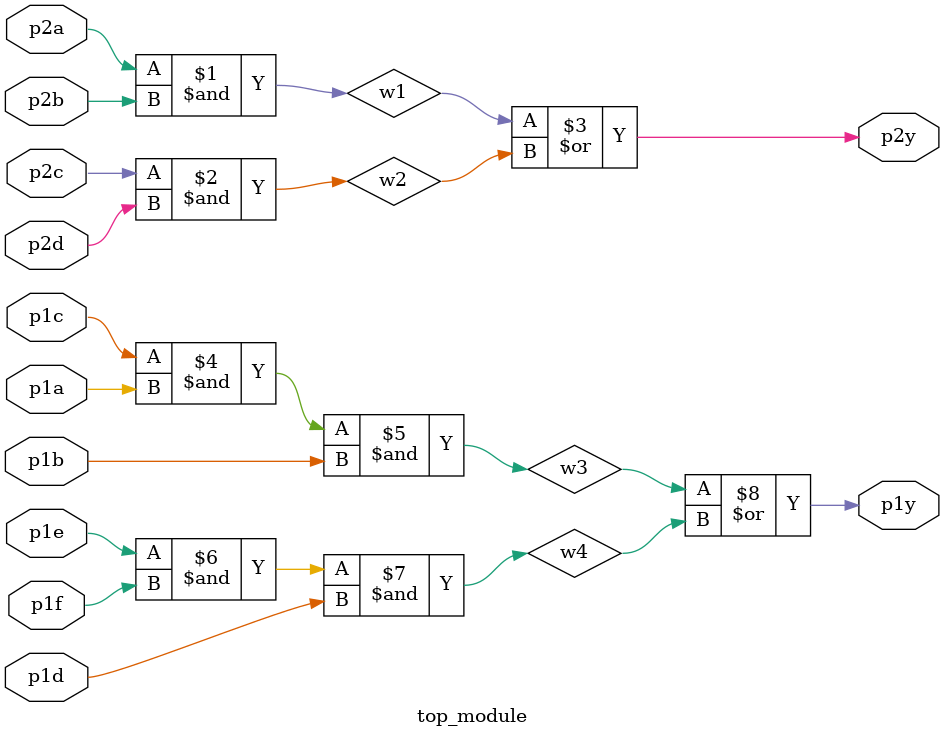
<source format=v>
module top_module ( 
    input p1a, p1b, p1c, p1d, p1e, p1f,
    output p1y,
    input p2a, p2b, p2c, p2d,
    output p2y );
    wire w1,w2,w3,w4;
    
    assign w1 = p2a&p2b;
    assign w2 = p2c&p2d;
    assign p2y = w1|w2;
    assign w3 = p1c&p1a&p1b;
    assign w4 = p1e&p1f&p1d;
    assign p1y = w3|w4;


endmodule

</source>
